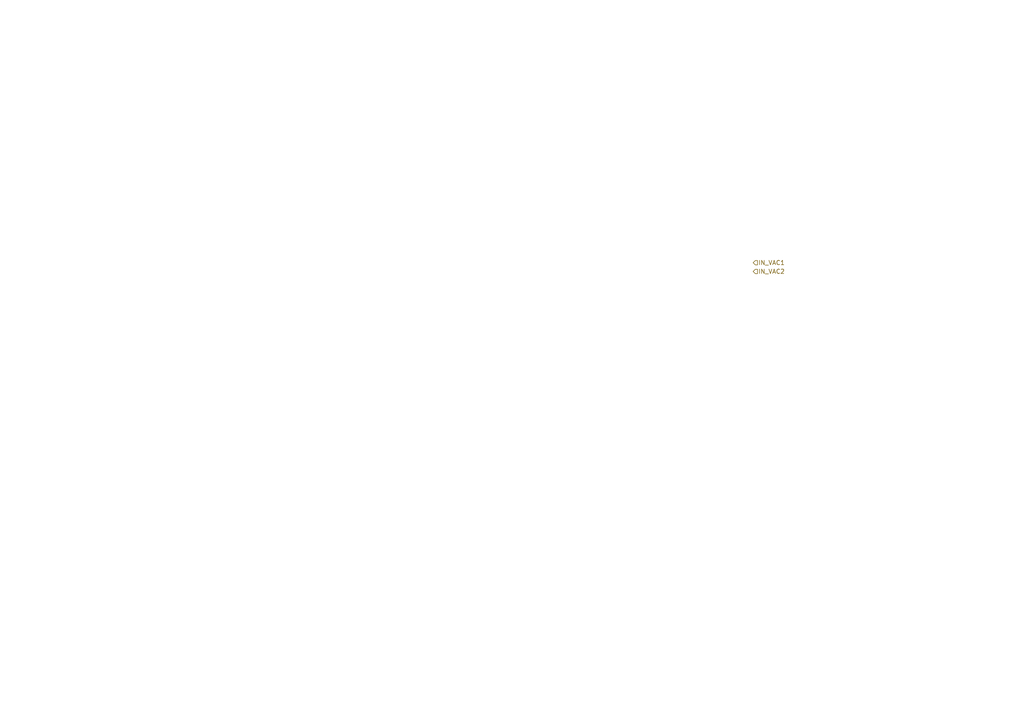
<source format=kicad_sch>
(kicad_sch
	(version 20250114)
	(generator "eeschema")
	(generator_version "9.0")
	(uuid "4bf43d5b-bb2a-498c-84ed-7ce5bad90951")
	(paper "A4")
	(lib_symbols)
	(hierarchical_label "IN_VAC2"
		(shape input)
		(at 218.44 78.74 0)
		(effects
			(font
				(size 1.27 1.27)
			)
			(justify left)
		)
		(uuid "0fbde0ee-f6b1-4771-84c1-ca33c1204ced")
	)
	(hierarchical_label "IN_VAC1"
		(shape input)
		(at 218.44 76.2 0)
		(effects
			(font
				(size 1.27 1.27)
			)
			(justify left)
		)
		(uuid "2577c871-9a02-4498-848e-010afd9555eb")
	)
)

</source>
